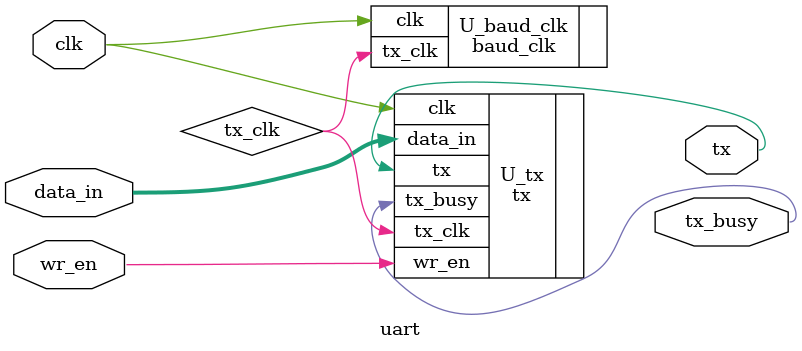
<source format=v>
`timescale 1ns / 1ps

module uart#(
    parameter FREQ_CLKIN    = 100_000_000,
    parameter BAUD_RATE     = 9600
)
(
    input           clk,
    input   [7:0]   data_in,
    input           wr_en,
    output          tx,
    output          tx_busy
);

    wire tx_clk;

    baud_clk#(
        .FREQ_CLKIN(FREQ_CLKIN),
        .BAUD_RATE(BAUD_RATE)
    )
    U_baud_clk(
        .clk(clk),
        .tx_clk(tx_clk)
    );

    tx U_tx(
        .data_in(data_in),
        .wr_en(wr_en),
        .clk(clk),
        .tx_clk(tx_clk),
        .tx(tx),
        .tx_busy(tx_busy)
    );

endmodule

</source>
